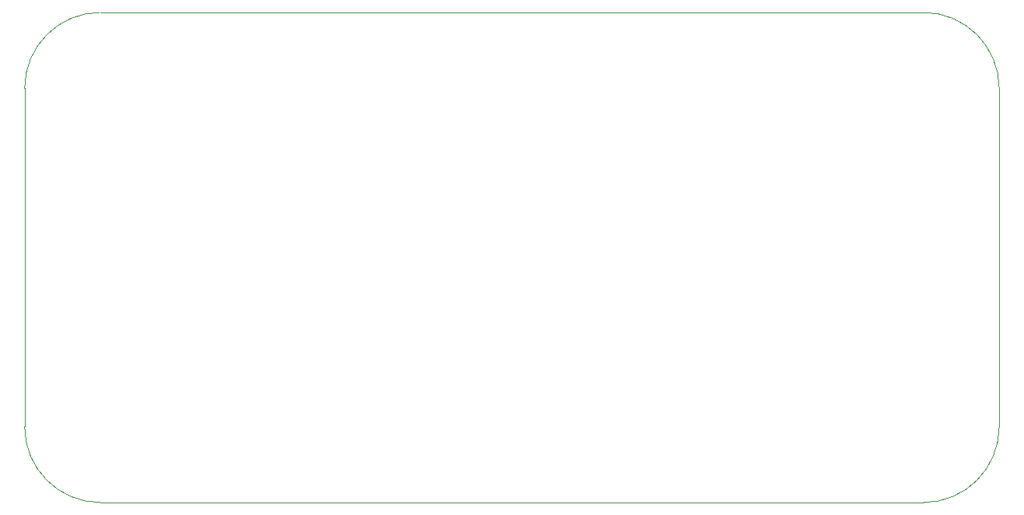
<source format=gm1>
G04 #@! TF.GenerationSoftware,KiCad,Pcbnew,5.1.4-e60b266~84~ubuntu18.04.1*
G04 #@! TF.CreationDate,2019-10-24T10:42:12-04:00*
G04 #@! TF.ProjectId,finalForLayout,66696e61-6c46-46f7-924c-61796f75742e,rev?*
G04 #@! TF.SameCoordinates,Original*
G04 #@! TF.FileFunction,Profile,NP*
%FSLAX46Y46*%
G04 Gerber Fmt 4.6, Leading zero omitted, Abs format (unit mm)*
G04 Created by KiCad (PCBNEW 5.1.4-e60b266~84~ubuntu18.04.1) date 2019-10-24 10:42:12*
%MOMM*%
%LPD*%
G04 APERTURE LIST*
%ADD10C,0.050000*%
G04 APERTURE END LIST*
D10*
X101600000Y-107315000D02*
G75*
G02X93345000Y-99060000I0J8255000D01*
G01*
X199390000Y-99060000D02*
G75*
G02X191135000Y-107315000I-8255000J0D01*
G01*
X191135000Y-53975000D02*
G75*
G02X199390000Y-62230000I0J-8255000D01*
G01*
X93345000Y-62230000D02*
G75*
G02X101600000Y-53975000I8255000J0D01*
G01*
X93345000Y-99060000D02*
X93345000Y-62230000D01*
X191135000Y-107315000D02*
X101600000Y-107315000D01*
X199390000Y-62230000D02*
X199390000Y-99060000D01*
X101600000Y-53975000D02*
X191135000Y-53975000D01*
M02*

</source>
